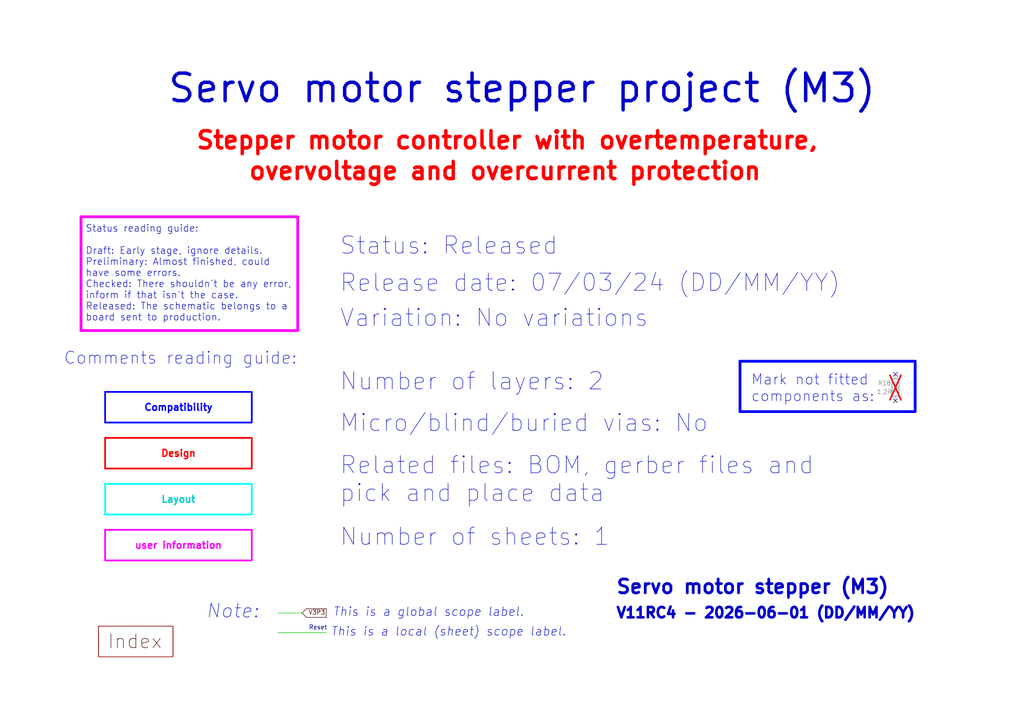
<source format=kicad_sch>
(kicad_sch (version 20231120) (generator "eeschema") (generator_version "8.0")
  (paper "A4")
  (title_block (title "Servo motor stepper - M3  project") (date "2024-11-26") (rev "V11RC4"))
  (lib_symbols
    (symbol "Device:R" (pin_numbers hide) (pin_names (offset 0))
      (property "Reference" "R" (at 2.032 0 90))
      (property "Value" "R" (at 0 0 90))
      (symbol "R_0_1"
        (rectangle (start -1.016 -2.54) (end 1.016 2.54) (stroke (width 0.254)))
      )
      (symbol "R_1_1"
        (pin passive line (at 0 3.81 270) (length 1.27) (name "~") (number "1"))
        (pin passive line (at 0 -3.81 90) (length 1.27) (name "~") (number "2"))
      )
    )
  )
  (no_connect (at 259.715 108.585))
  (no_connect (at 259.715 116.205))
  (polyline (pts (xy 88.9 176.53) (xy 94.615 176.53)) (stroke (width 0) (color 72 0 0 1)))
  (polyline (pts (xy 214.63 104.775) (xy 265.43 104.775)) (stroke (width 0.8) (type solid) (color 0 0 255 1)))
  (polyline (pts (xy 23.495 95.885) (xy 23.495 62.865)) (stroke (width 0.8) (color 255 0 255 1)))
  (polyline (pts (xy 80.645 177.8) (xy 87.63 177.8)) (stroke (width 0) (color 0 194 0 1)))
  (polyline (pts (xy 87.63 177.8) (xy 88.9 179.07)) (stroke (width 0) (color 72 0 0 1)))
  (polyline (pts (xy 86.36 95.885) (xy 23.495 95.885)) (stroke (width 0.8) (color 255 0 255 1)))
  (polyline (pts (xy 265.43 119.38) (xy 214.63 119.38)) (stroke (width 0.8) (type solid) (color 0 0 255 1)))
  (polyline (pts (xy 265.43 104.775) (xy 265.43 119.38)) (stroke (width 0.8) (type solid) (color 0 0 255 1)))
  (polyline (pts (xy 88.9 179.07) (xy 94.615 179.07)) (stroke (width 0) (color 72 0 0 1)))
  (polyline (pts (xy 23.495 62.865) (xy 86.36 62.865)) (stroke (width 0.8) (color 255 0 255 1)))
  (polyline (pts (xy 80.645 183.515) (xy 94.615 183.515)) (stroke (width 0) (color 0 194 0 1)))
  (polyline (pts (xy 86.36 62.865) (xy 86.36 95.885)) (stroke (width 0.8) (color 255 0 255 1)))
  (polyline (pts (xy 94.615 176.53) (xy 94.615 179.07)) (stroke (width 0) (color 72 0 0 1)))
  (polyline (pts (xy 214.63 119.38) (xy 214.63 104.775)) (stroke (width 0.8) (type solid) (color 0 0 255 1)))
  (polyline (pts (xy 87.63 177.8) (xy 88.9 176.53)) (stroke (width 0) (color 72 0 0 1)))
  (text_box "Design" (at 30.48 127 0) (size 42.545 8.89) (stroke (width 0.5) (color 255 0 0 1)) (effects (font (size 2 2) (thickness 0.4) (bold yes))))
  (text_box "user information" (at 30.48 153.67 0) (size 42.545 8.89) (stroke (width 0.5) (color 255 0 255 1)) (effects (font (size 2 2) (thickness 0.4) (bold yes))))
  (text_box "Compatibility" (at 30.48 113.665 0) (size 42.545 8.89) (stroke (width 0.5) (color 0 0 255 1)) (effects (font (size 2 2) (thickness 0.4) (bold yes))))
  (text_box "Layout" (at 30.48 140.335 0) (size 42.545 8.89) (stroke (width 0.5) (color 0 255 255 1)) (effects (font (size 2 2) (thickness 0.4) (bold yes))))
  (text "Variation: No variations" (at 98.425 95.25 0) (effects (font (size 5 5)) (justify left bottom)))
  (text "${REVISION} - ${CURRENT_DATE} (DD/MM/YY)" (at 178.435 179.705 0) (effects (font (size 3 3) (thickness 0.8) (bold yes)) (justify left bottom)))
  (text "Status reading guide:\n\nDraft: Early stage, ignore details.\nPreliminary: Almost finished, could\nhave some errors.\nChecked: There shouldn't be any error,\ninform if that isn't the case.\nReleased: The schematic belongs to a \nboard sent to production." (at 24.765 93.345 0) (effects (font (size 2 2)) (justify left bottom)))
  (text "Servo motor stepper project (M3)" (at 48.26 30.48 0) (effects (font (size 8 8) (thickness 1) (bold yes)) (justify left bottom)))
  (text "This is a global scope label." (at 96.52 179.07 0) (effects (font (size 2.5 2.5) (italic yes)) (justify left bottom)))
  (text "Micro/blind/buried vias: No" (at 98.425 125.73 0) (effects (font (size 5 5)) (justify left bottom)))
  (text "Status: Released" (at 98.425 74.295 0) (effects (font (size 5 5)) (justify left bottom)))
  (text "Comments reading guide:" (at 18.415 106.045 0) (effects (font (size 3.5 3.5)) (justify left bottom)))
  (text "overvoltage and overcurrent protection" (at 71.755 52.705 0) (effects (font (size 5 5) (thickness 1) (bold yes)) (justify left bottom)))
  (text "Reset" (at 89.535 182.88 0) (effects (font (size 1.27 1.27)) (justify left bottom)))
  (text "Note:" (at 59.69 179.705 0) (effects (font (size 4 4) (italic yes)) (justify left bottom)))
  (text "Stepper motor controller with overtemperature," (at 56.515 43.815 0) (effects (font (size 5 5) (thickness 1) (bold yes)) (justify left bottom)))
  (text "Related files: BOM, gerber files and\npick and place data" (at 98.425 146.05 0) (effects (font (size 5 5)) (justify left bottom)))
  (text "Number of sheets: 1" (at 98.425 158.75 0) (effects (font (size 5 5)) (justify left bottom)))
  (text "This is a local (sheet) scope label." (at 95.885 184.785 0) (effects (font (size 2.5 2.5) (italic yes)) (justify left bottom)))
  (text "Index" (at 31.115 188.595 0) (effects (font (size 4 4)) (justify left bottom)))
  (text "Mark not fitted\ncomponents as:" (at 217.805 116.84 0) (effects (font (size 3 3)) (justify left bottom)))
  (text "Number of layers: 2" (at 98.425 113.665 0) (effects (font (size 5 5)) (justify left bottom)))
  (text "Release date: 07/03/24 (DD/MM/YY)" (at 98.425 85.09 0) (effects (font (size 5 5)) (justify left bottom)))
  (text "V3P3" (at 89.408 178.562 0) (effects (font (size 1.27 1.27)) (justify left bottom)))
  (text "Servo motor stepper (M3)" (at 178.435 172.72 0) (effects (font (size 4 4) (thickness 0.8) (bold yes)) (justify left bottom)))
  (symbol (lib_id "Device:R") (at 259.715 112.395 0) (unit 1) (exclude_from_sim yes) (in_bom no) (on_board no) (dnp yes)
    (property "Reference" "R18" (at 256.54 111.125 0))
    (property "Value" "1.2R" (at 256.54 113.665 0))
    (property "Footprint" "Resistor_SMD:R_0402_1005Metric" (effects (hide yes)))
  )
  (sheet (at 28.575 181.61) (size 21.59 8.89) (stroke (width 0.1524))
    (property "Sheetname" "index" (effects (hide yes)))
    (property "Sheetfile" "index.kicad_sch" (effects (hide yes)))
  )
)
</source>
